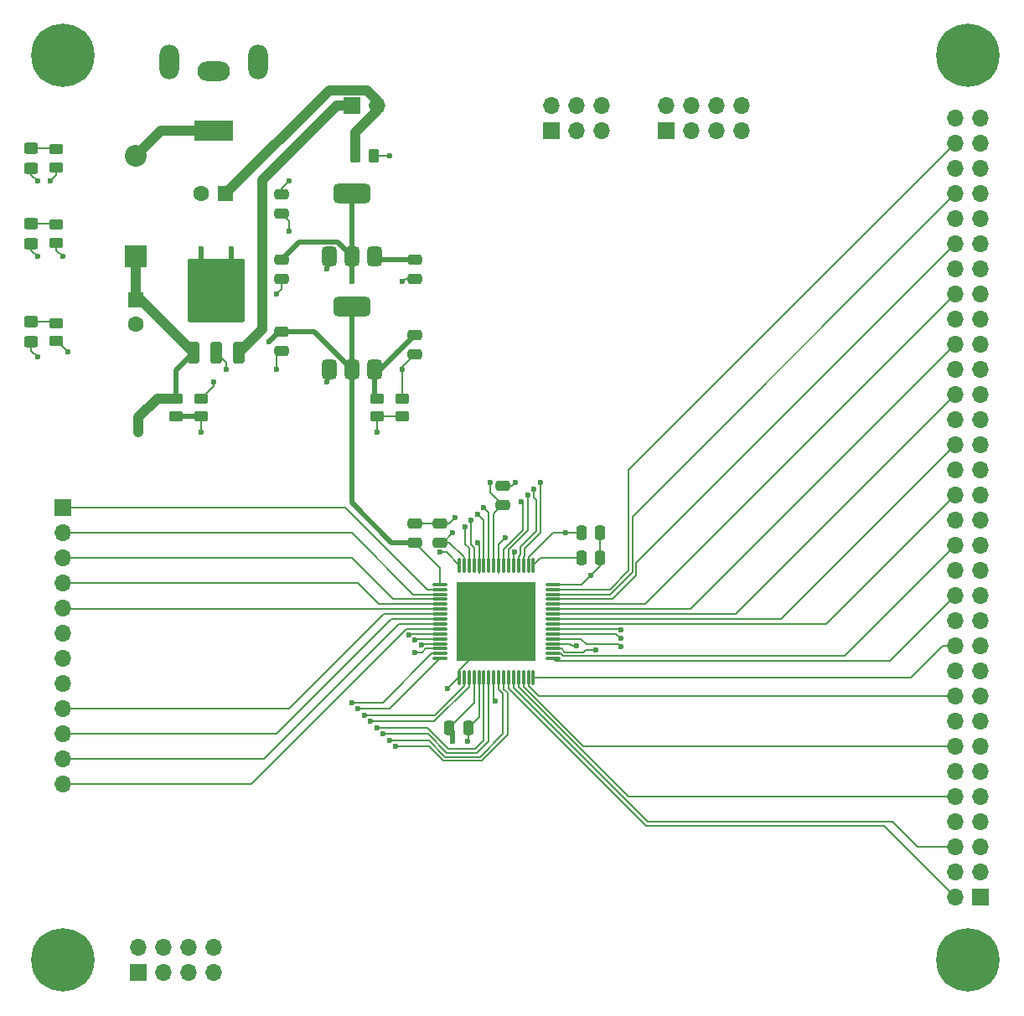
<source format=gbr>
%TF.GenerationSoftware,KiCad,Pcbnew,8.0.7-8.0.7-0~ubuntu22.04.1*%
%TF.CreationDate,2025-01-12T13:10:07-08:00*%
%TF.ProjectId,multichannelheaterdriver_amc7836,6d756c74-6963-4686-916e-6e656c686561,rev?*%
%TF.SameCoordinates,Original*%
%TF.FileFunction,Copper,L1,Top*%
%TF.FilePolarity,Positive*%
%FSLAX46Y46*%
G04 Gerber Fmt 4.6, Leading zero omitted, Abs format (unit mm)*
G04 Created by KiCad (PCBNEW 8.0.7-8.0.7-0~ubuntu22.04.1) date 2025-01-12 13:10:07*
%MOMM*%
%LPD*%
G01*
G04 APERTURE LIST*
G04 Aperture macros list*
%AMRoundRect*
0 Rectangle with rounded corners*
0 $1 Rounding radius*
0 $2 $3 $4 $5 $6 $7 $8 $9 X,Y pos of 4 corners*
0 Add a 4 corners polygon primitive as box body*
4,1,4,$2,$3,$4,$5,$6,$7,$8,$9,$2,$3,0*
0 Add four circle primitives for the rounded corners*
1,1,$1+$1,$2,$3*
1,1,$1+$1,$4,$5*
1,1,$1+$1,$6,$7*
1,1,$1+$1,$8,$9*
0 Add four rect primitives between the rounded corners*
20,1,$1+$1,$2,$3,$4,$5,0*
20,1,$1+$1,$4,$5,$6,$7,0*
20,1,$1+$1,$6,$7,$8,$9,0*
20,1,$1+$1,$8,$9,$2,$3,0*%
G04 Aperture macros list end*
%TA.AperFunction,SMDPad,CuDef*%
%ADD10RoundRect,0.052500X-0.697500X-0.097500X0.697500X-0.097500X0.697500X0.097500X-0.697500X0.097500X0*%
%TD*%
%TA.AperFunction,SMDPad,CuDef*%
%ADD11RoundRect,0.052500X-0.097500X-0.697500X0.097500X-0.697500X0.097500X0.697500X-0.097500X0.697500X0*%
%TD*%
%TA.AperFunction,ComponentPad*%
%ADD12C,0.400000*%
%TD*%
%TA.AperFunction,SMDPad,CuDef*%
%ADD13R,8.000000X8.000000*%
%TD*%
%TA.AperFunction,ComponentPad*%
%ADD14R,1.700000X1.700000*%
%TD*%
%TA.AperFunction,ComponentPad*%
%ADD15O,1.700000X1.700000*%
%TD*%
%TA.AperFunction,SMDPad,CuDef*%
%ADD16RoundRect,0.250000X-0.262500X-0.450000X0.262500X-0.450000X0.262500X0.450000X-0.262500X0.450000X0*%
%TD*%
%TA.AperFunction,SMDPad,CuDef*%
%ADD17RoundRect,0.250000X0.450000X-0.262500X0.450000X0.262500X-0.450000X0.262500X-0.450000X-0.262500X0*%
%TD*%
%TA.AperFunction,SMDPad,CuDef*%
%ADD18RoundRect,0.250000X-0.250000X-0.475000X0.250000X-0.475000X0.250000X0.475000X-0.250000X0.475000X0*%
%TD*%
%TA.AperFunction,SMDPad,CuDef*%
%ADD19RoundRect,0.250000X0.475000X-0.250000X0.475000X0.250000X-0.475000X0.250000X-0.475000X-0.250000X0*%
%TD*%
%TA.AperFunction,SMDPad,CuDef*%
%ADD20RoundRect,0.250000X0.450000X-0.325000X0.450000X0.325000X-0.450000X0.325000X-0.450000X-0.325000X0*%
%TD*%
%TA.AperFunction,SMDPad,CuDef*%
%ADD21RoundRect,0.250000X-0.475000X0.250000X-0.475000X-0.250000X0.475000X-0.250000X0.475000X0.250000X0*%
%TD*%
%TA.AperFunction,ComponentPad*%
%ADD22R,2.200000X2.200000*%
%TD*%
%TA.AperFunction,ComponentPad*%
%ADD23O,2.200000X2.200000*%
%TD*%
%TA.AperFunction,SMDPad,CuDef*%
%ADD24RoundRect,0.250000X-0.450000X0.262500X-0.450000X-0.262500X0.450000X-0.262500X0.450000X0.262500X0*%
%TD*%
%TA.AperFunction,ComponentPad*%
%ADD25C,6.400000*%
%TD*%
%TA.AperFunction,ComponentPad*%
%ADD26R,1.600000X1.600000*%
%TD*%
%TA.AperFunction,ComponentPad*%
%ADD27C,1.600000*%
%TD*%
%TA.AperFunction,SMDPad,CuDef*%
%ADD28RoundRect,0.375000X0.375000X-0.625000X0.375000X0.625000X-0.375000X0.625000X-0.375000X-0.625000X0*%
%TD*%
%TA.AperFunction,SMDPad,CuDef*%
%ADD29RoundRect,0.500000X1.400000X-0.500000X1.400000X0.500000X-1.400000X0.500000X-1.400000X-0.500000X0*%
%TD*%
%TA.AperFunction,SMDPad,CuDef*%
%ADD30RoundRect,0.250000X0.350000X-0.850000X0.350000X0.850000X-0.350000X0.850000X-0.350000X-0.850000X0*%
%TD*%
%TA.AperFunction,SMDPad,CuDef*%
%ADD31RoundRect,0.250000X1.125000X-1.275000X1.125000X1.275000X-1.125000X1.275000X-1.125000X-1.275000X0*%
%TD*%
%TA.AperFunction,SMDPad,CuDef*%
%ADD32RoundRect,0.249997X2.650003X-2.950003X2.650003X2.950003X-2.650003X2.950003X-2.650003X-2.950003X0*%
%TD*%
%TA.AperFunction,ComponentPad*%
%ADD33R,4.000000X2.000000*%
%TD*%
%TA.AperFunction,ComponentPad*%
%ADD34O,3.300000X2.000000*%
%TD*%
%TA.AperFunction,ComponentPad*%
%ADD35O,2.000000X3.500000*%
%TD*%
%TA.AperFunction,ViaPad*%
%ADD36C,0.600000*%
%TD*%
%TA.AperFunction,Conductor*%
%ADD37C,0.200000*%
%TD*%
%TA.AperFunction,Conductor*%
%ADD38C,0.500000*%
%TD*%
%TA.AperFunction,Conductor*%
%ADD39C,1.000000*%
%TD*%
G04 APERTURE END LIST*
D10*
%TO.P,U1,1,IOVDD*%
%TO.N,+3V3*%
X43180000Y-58540000D03*
%TO.P,U1,2,~{RESET}*%
%TO.N,Net-(J2-Pin_1)*%
X43180000Y-59040000D03*
%TO.P,U1,3,SDO*%
%TO.N,Net-(J2-Pin_2)*%
X43180000Y-59540000D03*
%TO.P,U1,4,SDI*%
%TO.N,Net-(J2-Pin_3)*%
X43180000Y-60040000D03*
%TO.P,U1,5,SCLK*%
%TO.N,Net-(J2-Pin_4)*%
X43180000Y-60540000D03*
%TO.P,U1,6,~{CS}*%
%TO.N,Net-(J2-Pin_5)*%
X43180000Y-61040000D03*
%TO.P,U1,7,GPIO0/~{ALARMIN}*%
%TO.N,Net-(J2-Pin_9)*%
X43180000Y-61540000D03*
%TO.P,U1,8,GPIO1/~{ALARMOUT}*%
%TO.N,Net-(J2-Pin_10)*%
X43180000Y-62040000D03*
%TO.P,U1,9,GPIO2/~{ADCTRIG}*%
%TO.N,Net-(J2-Pin_11)*%
X43180000Y-62540000D03*
%TO.P,U1,10,GPIO3/~{DAV}*%
%TO.N,Net-(J2-Pin_12)*%
X43180000Y-63040000D03*
%TO.P,U1,11,GPIO4*%
%TO.N,Net-(J1-Pin_1)*%
X43180000Y-63540000D03*
%TO.P,U1,12,GPIO5*%
%TO.N,Net-(J1-Pin_3)*%
X43180000Y-64040000D03*
%TO.P,U1,13,GPIO6*%
%TO.N,Net-(J1-Pin_5)*%
X43180000Y-64540000D03*
%TO.P,U1,14,GPIO7*%
%TO.N,Net-(J1-Pin_7)*%
X43180000Y-65040000D03*
%TO.P,U1,15,DAC_A0*%
%TO.N,/DAC0*%
X43180000Y-65540000D03*
%TO.P,U1,16,DAC_A1*%
%TO.N,/DAC1*%
X43180000Y-66040000D03*
D11*
%TO.P,U1,17,AVEE*%
%TO.N,GND*%
X45130000Y-67990000D03*
%TO.P,U1,18,DAC_A2*%
%TO.N,/DAC2*%
X45630000Y-67990000D03*
%TO.P,U1,19,DAC_A3*%
%TO.N,/DAC3*%
X46130000Y-67990000D03*
%TO.P,U1,20,AVCC_AB*%
%TO.N,+10V*%
X46630000Y-67990000D03*
%TO.P,U1,21,AGND1*%
%TO.N,GND*%
X47130000Y-67990000D03*
%TO.P,U1,22,DAC_B4*%
%TO.N,/DAC4*%
X47630000Y-67990000D03*
%TO.P,U1,23,DAC_B5*%
%TO.N,/DAC5*%
X48130000Y-67990000D03*
%TO.P,U1,24,AVSSB*%
%TO.N,GND*%
X48630000Y-67990000D03*
%TO.P,U1,25,DAC_B6*%
%TO.N,/DAC6*%
X49130000Y-67990000D03*
%TO.P,U1,26,DAC_B7*%
%TO.N,/DAC7*%
X49630000Y-67990000D03*
%TO.P,U1,27,ADC_15*%
%TO.N,/ADC15*%
X50130000Y-67990000D03*
%TO.P,U1,28,ADC_14*%
%TO.N,/ADC14*%
X50630000Y-67990000D03*
%TO.P,U1,29,ADC_13*%
%TO.N,/ADC13*%
X51130000Y-67990000D03*
%TO.P,U1,30,ADC_12*%
%TO.N,/ADC12*%
X51630000Y-67990000D03*
%TO.P,U1,31,ADC_11*%
%TO.N,/ADC11*%
X52130000Y-67990000D03*
%TO.P,U1,32,ADC_10*%
%TO.N,/ADC10*%
X52630000Y-67990000D03*
D10*
%TO.P,U1,33,ADC_9*%
%TO.N,/ADC9*%
X54580000Y-66040000D03*
%TO.P,U1,34,ADC_8*%
%TO.N,/ADC8*%
X54580000Y-65540000D03*
%TO.P,U1,35,LV_ADC20*%
%TO.N,/36V_mon*%
X54580000Y-65040000D03*
%TO.P,U1,36,LV_ADC19*%
%TO.N,/10V_mon*%
X54580000Y-64540000D03*
%TO.P,U1,37,LV_ADC18*%
%TO.N,Net-(J3-Pin_1)*%
X54580000Y-64040000D03*
%TO.P,U1,38,LV_ADC17*%
%TO.N,Net-(J3-Pin_3)*%
X54580000Y-63540000D03*
%TO.P,U1,39,LV_ADC16*%
%TO.N,Net-(J3-Pin_5)*%
X54580000Y-63040000D03*
%TO.P,U1,40,ADC_7*%
%TO.N,/ADC7*%
X54580000Y-62540000D03*
%TO.P,U1,41,ADC_6*%
%TO.N,/ADC6*%
X54580000Y-62040000D03*
%TO.P,U1,42,ADC_5*%
%TO.N,/ADC5*%
X54580000Y-61540000D03*
%TO.P,U1,43,ADC_4*%
%TO.N,/ADC4*%
X54580000Y-61040000D03*
%TO.P,U1,44,ADC_3*%
%TO.N,/ADC3*%
X54580000Y-60540000D03*
%TO.P,U1,45,ADC_2*%
%TO.N,/ADC2*%
X54580000Y-60040000D03*
%TO.P,U1,46,ADC_1*%
%TO.N,/ADC1*%
X54580000Y-59540000D03*
%TO.P,U1,47,ADC_0*%
%TO.N,/ADC0*%
X54580000Y-59040000D03*
%TO.P,U1,48,AGND2*%
%TO.N,GND*%
X54580000Y-58540000D03*
D11*
%TO.P,U1,49,REF_CMP*%
%TO.N,Net-(U1-REF_CMP)*%
X52630000Y-56590000D03*
%TO.P,U1,50,AVDD*%
%TO.N,+5V*%
X52130000Y-56590000D03*
%TO.P,U1,51,DAC_C8*%
%TO.N,/DAC8*%
X51630000Y-56590000D03*
%TO.P,U1,52,DAC_C9*%
%TO.N,/DAC9*%
X51130000Y-56590000D03*
%TO.P,U1,53,AVSSC*%
%TO.N,GND*%
X50630000Y-56590000D03*
%TO.P,U1,54,DAC_C10*%
%TO.N,/DAC10*%
X50130000Y-56590000D03*
%TO.P,U1,55,DAC_C11*%
%TO.N,/DAC11*%
X49630000Y-56590000D03*
%TO.P,U1,56,AGND3*%
%TO.N,GND*%
X49130000Y-56590000D03*
%TO.P,U1,57,AVCC_CD*%
%TO.N,+10V*%
X48630000Y-56590000D03*
%TO.P,U1,58,DAC_D12*%
%TO.N,/DAC12*%
X48130000Y-56590000D03*
%TO.P,U1,59,DAC_D13*%
%TO.N,/DAC13*%
X47630000Y-56590000D03*
%TO.P,U1,60,AVSSD*%
%TO.N,GND*%
X47130000Y-56590000D03*
%TO.P,U1,61,DAC_D14*%
%TO.N,/DAC14*%
X46630000Y-56590000D03*
%TO.P,U1,62,DAC_D15*%
%TO.N,/DAC15*%
X46130000Y-56590000D03*
%TO.P,U1,63,DVDD*%
%TO.N,+5V*%
X45630000Y-56590000D03*
%TO.P,U1,64,DGND*%
%TO.N,GND*%
X45130000Y-56590000D03*
D12*
%TO.P,U1,65,THERMAL_PAD*%
X45630000Y-59040000D03*
X45630000Y-60340000D03*
X45630000Y-61640000D03*
X45630000Y-62940000D03*
X45630000Y-64240000D03*
X45630000Y-65540000D03*
X46930000Y-59040000D03*
X46930000Y-60340000D03*
X46930000Y-61640000D03*
X46930000Y-62940000D03*
X46930000Y-64240000D03*
X46930000Y-65540000D03*
X48230000Y-59040000D03*
X48230000Y-60340000D03*
X48230000Y-61640000D03*
X48230000Y-62940000D03*
X48230000Y-64240000D03*
X48230000Y-65540000D03*
D13*
X48880000Y-62290000D03*
D12*
X49530000Y-59040000D03*
X49530000Y-60340000D03*
X49530000Y-61640000D03*
X49530000Y-62940000D03*
X49530000Y-64240000D03*
X49530000Y-65540000D03*
X50830000Y-59040000D03*
X50830000Y-60340000D03*
X50830000Y-61640000D03*
X50830000Y-62940000D03*
X50830000Y-64240000D03*
X50830000Y-65540000D03*
X52130000Y-59040000D03*
X52130000Y-60340000D03*
X52130000Y-61640000D03*
X52130000Y-62940000D03*
X52130000Y-64240000D03*
X52130000Y-65540000D03*
%TD*%
D14*
%TO.P,J5,1,Pin_1*%
%TO.N,GND*%
X12700000Y-97790000D03*
D15*
%TO.P,J5,2,Pin_2*%
%TO.N,+36V*%
X12700000Y-95250000D03*
%TO.P,J5,3,Pin_3*%
%TO.N,GND*%
X15240000Y-97790000D03*
%TO.P,J5,4,Pin_4*%
%TO.N,+10V*%
X15240000Y-95250000D03*
%TO.P,J5,5,Pin_5*%
%TO.N,GND*%
X17780000Y-97790000D03*
%TO.P,J5,6,Pin_6*%
%TO.N,+5V*%
X17780000Y-95250000D03*
%TO.P,J5,7,Pin_7*%
%TO.N,GND*%
X20320000Y-97790000D03*
%TO.P,J5,8,Pin_8*%
%TO.N,+3V3*%
X20320000Y-95250000D03*
%TD*%
D16*
%TO.P,FB1,1*%
%TO.N,Net-(SW1-B)*%
X34647500Y-15240000D03*
%TO.P,FB1,2*%
%TO.N,+10V*%
X36472500Y-15240000D03*
%TD*%
D17*
%TO.P,R2,1*%
%TO.N,+5V*%
X4445000Y-24017500D03*
%TO.P,R2,2*%
%TO.N,Net-(D2-A)*%
X4445000Y-22192500D03*
%TD*%
D18*
%TO.P,C5,1*%
%TO.N,Net-(U1-REF_CMP)*%
X57470000Y-55880000D03*
%TO.P,C5,2*%
%TO.N,GND*%
X59370000Y-55880000D03*
%TD*%
D19*
%TO.P,C1,1*%
%TO.N,+5V*%
X43180000Y-54290000D03*
%TO.P,C1,2*%
%TO.N,GND*%
X43180000Y-52390000D03*
%TD*%
D20*
%TO.P,D2,1,K*%
%TO.N,GND*%
X1905000Y-24130000D03*
%TO.P,D2,2,A*%
%TO.N,Net-(D2-A)*%
X1905000Y-22080000D03*
%TD*%
D21*
%TO.P,C9,1*%
%TO.N,Net-(SW1-B)*%
X27178000Y-19116000D03*
%TO.P,C9,2*%
%TO.N,GND*%
X27178000Y-21016000D03*
%TD*%
D22*
%TO.P,D5,1,K*%
%TO.N,+36V*%
X12446000Y-25400000D03*
D23*
%TO.P,D5,2,A*%
%TO.N,Net-(D5-A)*%
X12446000Y-15240000D03*
%TD*%
D24*
%TO.P,R4,1*%
%TO.N,+36V*%
X16510000Y-39727500D03*
%TO.P,R4,2*%
%TO.N,/36V_mon*%
X16510000Y-41552500D03*
%TD*%
D18*
%TO.P,C4,1*%
%TO.N,+5V*%
X57470000Y-53340000D03*
%TO.P,C4,2*%
%TO.N,GND*%
X59370000Y-53340000D03*
%TD*%
D24*
%TO.P,R6,1*%
%TO.N,+10V*%
X36830000Y-39727500D03*
%TO.P,R6,2*%
%TO.N,/10V_mon*%
X36830000Y-41552500D03*
%TD*%
D25*
%TO.P,H1,1,1*%
%TO.N,GND*%
X5080000Y-5080000D03*
%TD*%
D26*
%TO.P,C7,1*%
%TO.N,Net-(SW1-B)*%
X21550000Y-19050000D03*
D27*
%TO.P,C7,2*%
%TO.N,GND*%
X19050000Y-19050000D03*
%TD*%
D14*
%TO.P,J4,1,Pin_1*%
%TO.N,GND*%
X97790000Y-90170000D03*
D15*
%TO.P,J4,2,Pin_2*%
%TO.N,/ADC15*%
X95250000Y-90170000D03*
%TO.P,J4,3,Pin_3*%
%TO.N,GND*%
X97790000Y-87630000D03*
%TO.P,J4,4,Pin_4*%
%TO.N,/DAC15*%
X95250000Y-87630000D03*
%TO.P,J4,5,Pin_5*%
%TO.N,GND*%
X97790000Y-85090000D03*
%TO.P,J4,6,Pin_6*%
%TO.N,/ADC14*%
X95250000Y-85090000D03*
%TO.P,J4,7,Pin_7*%
%TO.N,GND*%
X97790000Y-82550000D03*
%TO.P,J4,8,Pin_8*%
%TO.N,/DAC14*%
X95250000Y-82550000D03*
%TO.P,J4,9,Pin_9*%
%TO.N,GND*%
X97790000Y-80010000D03*
%TO.P,J4,10,Pin_10*%
%TO.N,/ADC13*%
X95250000Y-80010000D03*
%TO.P,J4,11,Pin_11*%
%TO.N,GND*%
X97790000Y-77470000D03*
%TO.P,J4,12,Pin_12*%
%TO.N,/DAC13*%
X95250000Y-77470000D03*
%TO.P,J4,13,Pin_13*%
%TO.N,GND*%
X97790000Y-74930000D03*
%TO.P,J4,14,Pin_14*%
%TO.N,/ADC12*%
X95250000Y-74930000D03*
%TO.P,J4,15,Pin_15*%
%TO.N,GND*%
X97790000Y-72390000D03*
%TO.P,J4,16,Pin_16*%
%TO.N,/DAC12*%
X95250000Y-72390000D03*
%TO.P,J4,17,Pin_17*%
%TO.N,GND*%
X97790000Y-69850000D03*
%TO.P,J4,18,Pin_18*%
%TO.N,/ADC11*%
X95250000Y-69850000D03*
%TO.P,J4,19,Pin_19*%
%TO.N,GND*%
X97790000Y-67310000D03*
%TO.P,J4,20,Pin_20*%
%TO.N,/DAC11*%
X95250000Y-67310000D03*
%TO.P,J4,21,Pin_21*%
%TO.N,GND*%
X97790000Y-64770000D03*
%TO.P,J4,22,Pin_22*%
%TO.N,/ADC10*%
X95250000Y-64770000D03*
%TO.P,J4,23,Pin_23*%
%TO.N,GND*%
X97790000Y-62230000D03*
%TO.P,J4,24,Pin_24*%
%TO.N,/DAC10*%
X95250000Y-62230000D03*
%TO.P,J4,25,Pin_25*%
%TO.N,GND*%
X97790000Y-59690000D03*
%TO.P,J4,26,Pin_26*%
%TO.N,/ADC9*%
X95250000Y-59690000D03*
%TO.P,J4,27,Pin_27*%
%TO.N,GND*%
X97790000Y-57150000D03*
%TO.P,J4,28,Pin_28*%
%TO.N,/DAC9*%
X95250000Y-57150000D03*
%TO.P,J4,29,Pin_29*%
%TO.N,GND*%
X97790000Y-54610000D03*
%TO.P,J4,30,Pin_30*%
%TO.N,/ADC8*%
X95250000Y-54610000D03*
%TO.P,J4,31,Pin_31*%
%TO.N,GND*%
X97790000Y-52070000D03*
%TO.P,J4,32,Pin_32*%
%TO.N,/DAC8*%
X95250000Y-52070000D03*
%TO.P,J4,33,Pin_33*%
%TO.N,GND*%
X97790000Y-49530000D03*
%TO.P,J4,34,Pin_34*%
%TO.N,/ADC7*%
X95250000Y-49530000D03*
%TO.P,J4,35,Pin_35*%
%TO.N,GND*%
X97790000Y-46990000D03*
%TO.P,J4,36,Pin_36*%
%TO.N,/DAC7*%
X95250000Y-46990000D03*
%TO.P,J4,37,Pin_37*%
%TO.N,GND*%
X97790000Y-44450000D03*
%TO.P,J4,38,Pin_38*%
%TO.N,/ADC6*%
X95250000Y-44450000D03*
%TO.P,J4,39,Pin_39*%
%TO.N,GND*%
X97790000Y-41910000D03*
%TO.P,J4,40,Pin_40*%
%TO.N,/DAC6*%
X95250000Y-41910000D03*
%TO.P,J4,41,Pin_41*%
%TO.N,GND*%
X97790000Y-39370000D03*
%TO.P,J4,42,Pin_42*%
%TO.N,/ADC5*%
X95250000Y-39370000D03*
%TO.P,J4,43,Pin_43*%
%TO.N,GND*%
X97790000Y-36830000D03*
%TO.P,J4,44,Pin_44*%
%TO.N,/DAC5*%
X95250000Y-36830000D03*
%TO.P,J4,45,Pin_45*%
%TO.N,GND*%
X97790000Y-34290000D03*
%TO.P,J4,46,Pin_46*%
%TO.N,/ADC4*%
X95250000Y-34290000D03*
%TO.P,J4,47,Pin_47*%
%TO.N,GND*%
X97790000Y-31750000D03*
%TO.P,J4,48,Pin_48*%
%TO.N,/DAC4*%
X95250000Y-31750000D03*
%TO.P,J4,49,Pin_49*%
%TO.N,GND*%
X97790000Y-29210000D03*
%TO.P,J4,50,Pin_50*%
%TO.N,/ADC3*%
X95250000Y-29210000D03*
%TO.P,J4,51,Pin_51*%
%TO.N,GND*%
X97790000Y-26670000D03*
%TO.P,J4,52,Pin_52*%
%TO.N,/DAC3*%
X95250000Y-26670000D03*
%TO.P,J4,53,Pin_53*%
%TO.N,GND*%
X97790000Y-24130000D03*
%TO.P,J4,54,Pin_54*%
%TO.N,/ADC2*%
X95250000Y-24130000D03*
%TO.P,J4,55,Pin_55*%
%TO.N,GND*%
X97790000Y-21590000D03*
%TO.P,J4,56,Pin_56*%
%TO.N,/DAC2*%
X95250000Y-21590000D03*
%TO.P,J4,57,Pin_57*%
%TO.N,GND*%
X97790000Y-19050000D03*
%TO.P,J4,58,Pin_58*%
%TO.N,/ADC1*%
X95250000Y-19050000D03*
%TO.P,J4,59,Pin_59*%
%TO.N,GND*%
X97790000Y-16510000D03*
%TO.P,J4,60,Pin_60*%
%TO.N,/DAC1*%
X95250000Y-16510000D03*
%TO.P,J4,61,Pin_61*%
%TO.N,GND*%
X97790000Y-13970000D03*
%TO.P,J4,62,Pin_62*%
%TO.N,/ADC0*%
X95250000Y-13970000D03*
%TO.P,J4,63,Pin_63*%
%TO.N,GND*%
X97790000Y-11430000D03*
%TO.P,J4,64,Pin_64*%
%TO.N,/DAC0*%
X95250000Y-11430000D03*
%TD*%
D25*
%TO.P,H4,1,1*%
%TO.N,GND*%
X96520000Y-96520000D03*
%TD*%
D28*
%TO.P,U3,1,GND*%
%TO.N,GND*%
X31990000Y-25350000D03*
%TO.P,U3,2,VO*%
%TO.N,+5V*%
X34290000Y-25350000D03*
D29*
X34290000Y-19050000D03*
D28*
%TO.P,U3,3,VI*%
%TO.N,+10V*%
X36590000Y-25350000D03*
%TD*%
D17*
%TO.P,R5,1*%
%TO.N,/36V_mon*%
X19050000Y-41552500D03*
%TO.P,R5,2*%
%TO.N,GND*%
X19050000Y-39727500D03*
%TD*%
D21*
%TO.P,C13,1*%
%TO.N,+3V3*%
X27178000Y-33020000D03*
%TO.P,C13,2*%
%TO.N,GND*%
X27178000Y-34920000D03*
%TD*%
%TO.P,C2,1*%
%TO.N,GND*%
X40640000Y-52390000D03*
%TO.P,C2,2*%
%TO.N,+3V3*%
X40640000Y-54290000D03*
%TD*%
D19*
%TO.P,C3,1*%
%TO.N,+10V*%
X49530000Y-50480000D03*
%TO.P,C3,2*%
%TO.N,GND*%
X49530000Y-48580000D03*
%TD*%
D14*
%TO.P,J2,1,Pin_1*%
%TO.N,Net-(J2-Pin_1)*%
X5080000Y-50800000D03*
D15*
%TO.P,J2,2,Pin_2*%
%TO.N,Net-(J2-Pin_2)*%
X5080000Y-53340000D03*
%TO.P,J2,3,Pin_3*%
%TO.N,Net-(J2-Pin_3)*%
X5080000Y-55880000D03*
%TO.P,J2,4,Pin_4*%
%TO.N,Net-(J2-Pin_4)*%
X5080000Y-58420000D03*
%TO.P,J2,5,Pin_5*%
%TO.N,Net-(J2-Pin_5)*%
X5080000Y-60960000D03*
%TO.P,J2,6,Pin_6*%
%TO.N,GND*%
X5080000Y-63500000D03*
%TO.P,J2,7,Pin_7*%
%TO.N,+3V3*%
X5080000Y-66040000D03*
%TO.P,J2,8,Pin_8*%
%TO.N,+5V*%
X5080000Y-68580000D03*
%TO.P,J2,9,Pin_9*%
%TO.N,Net-(J2-Pin_9)*%
X5080000Y-71120000D03*
%TO.P,J2,10,Pin_10*%
%TO.N,Net-(J2-Pin_10)*%
X5080000Y-73660000D03*
%TO.P,J2,11,Pin_11*%
%TO.N,Net-(J2-Pin_11)*%
X5080000Y-76200000D03*
%TO.P,J2,12,Pin_12*%
%TO.N,Net-(J2-Pin_12)*%
X5080000Y-78740000D03*
%TD*%
D25*
%TO.P,H3,1,1*%
%TO.N,GND*%
X96520000Y-5080000D03*
%TD*%
D17*
%TO.P,R7,1*%
%TO.N,/10V_mon*%
X39370000Y-41552500D03*
%TO.P,R7,2*%
%TO.N,GND*%
X39370000Y-39727500D03*
%TD*%
D21*
%TO.P,C11,1*%
%TO.N,+5V*%
X27178000Y-25720000D03*
%TO.P,C11,2*%
%TO.N,GND*%
X27178000Y-27620000D03*
%TD*%
D14*
%TO.P,J1,1,Pin_1*%
%TO.N,Net-(J1-Pin_1)*%
X66040000Y-12700000D03*
D15*
%TO.P,J1,2,Pin_2*%
%TO.N,GND*%
X66040000Y-10160000D03*
%TO.P,J1,3,Pin_3*%
%TO.N,Net-(J1-Pin_3)*%
X68580000Y-12700000D03*
%TO.P,J1,4,Pin_4*%
%TO.N,GND*%
X68580000Y-10160000D03*
%TO.P,J1,5,Pin_5*%
%TO.N,Net-(J1-Pin_5)*%
X71120000Y-12700000D03*
%TO.P,J1,6,Pin_6*%
%TO.N,GND*%
X71120000Y-10160000D03*
%TO.P,J1,7,Pin_7*%
%TO.N,Net-(J1-Pin_7)*%
X73660000Y-12700000D03*
%TO.P,J1,8,Pin_8*%
%TO.N,GND*%
X73660000Y-10160000D03*
%TD*%
D21*
%TO.P,C10,1*%
%TO.N,+10V*%
X40640000Y-25720000D03*
%TO.P,C10,2*%
%TO.N,GND*%
X40640000Y-27620000D03*
%TD*%
D18*
%TO.P,C6,1*%
%TO.N,+10V*%
X44135000Y-73025000D03*
%TO.P,C6,2*%
%TO.N,GND*%
X46035000Y-73025000D03*
%TD*%
D28*
%TO.P,U4,1,GND*%
%TO.N,GND*%
X31990000Y-36780000D03*
%TO.P,U4,2,VO*%
%TO.N,+3V3*%
X34290000Y-36780000D03*
D29*
X34290000Y-30480000D03*
D28*
%TO.P,U4,3,VI*%
%TO.N,+10V*%
X36590000Y-36780000D03*
%TD*%
D30*
%TO.P,U2,1,I*%
%TO.N,+36V*%
X18295000Y-35105000D03*
%TO.P,U2,2,GND*%
%TO.N,GND*%
X20575000Y-35105000D03*
D31*
X19050000Y-30480000D03*
X22100000Y-30480000D03*
D32*
X20575000Y-28805000D03*
D31*
X19050000Y-27130000D03*
X22100000Y-27130000D03*
D30*
%TO.P,U2,3,Q*%
%TO.N,Net-(SW1-A)*%
X22855000Y-35105000D03*
%TD*%
D25*
%TO.P,H2,1,1*%
%TO.N,GND*%
X5080000Y-96520000D03*
%TD*%
D17*
%TO.P,R3,1*%
%TO.N,+3V3*%
X4445000Y-33932500D03*
%TO.P,R3,2*%
%TO.N,Net-(D3-A)*%
X4445000Y-32107500D03*
%TD*%
D20*
%TO.P,D3,1,K*%
%TO.N,GND*%
X1905000Y-34045000D03*
%TO.P,D3,2,A*%
%TO.N,Net-(D3-A)*%
X1905000Y-31995000D03*
%TD*%
D17*
%TO.P,R1,1*%
%TO.N,+10V*%
X4445000Y-16397500D03*
%TO.P,R1,2*%
%TO.N,Net-(D1-A)*%
X4445000Y-14572500D03*
%TD*%
D20*
%TO.P,D1,1,K*%
%TO.N,GND*%
X1905000Y-16510000D03*
%TO.P,D1,2,A*%
%TO.N,Net-(D1-A)*%
X1905000Y-14460000D03*
%TD*%
D21*
%TO.P,C12,1*%
%TO.N,+10V*%
X40640000Y-33340000D03*
%TO.P,C12,2*%
%TO.N,GND*%
X40640000Y-35240000D03*
%TD*%
D14*
%TO.P,J3,1,Pin_1*%
%TO.N,Net-(J3-Pin_1)*%
X54420000Y-12700000D03*
D15*
%TO.P,J3,2,Pin_2*%
%TO.N,GND*%
X54420000Y-10160000D03*
%TO.P,J3,3,Pin_3*%
%TO.N,Net-(J3-Pin_3)*%
X56960000Y-12700000D03*
%TO.P,J3,4,Pin_4*%
%TO.N,GND*%
X56960000Y-10160000D03*
%TO.P,J3,5,Pin_5*%
%TO.N,Net-(J3-Pin_5)*%
X59500000Y-12700000D03*
%TO.P,J3,6,Pin_6*%
%TO.N,GND*%
X59500000Y-10160000D03*
%TD*%
D33*
%TO.P,J7,1*%
%TO.N,Net-(D5-A)*%
X20320000Y-12700000D03*
D34*
%TO.P,J7,2*%
%TO.N,GND*%
X20320000Y-6700000D03*
D35*
%TO.P,J7,MP,MountPin*%
X24820000Y-5700000D03*
X15820000Y-5700000D03*
%TD*%
D26*
%TO.P,C8,1*%
%TO.N,+36V*%
X12446000Y-29758000D03*
D27*
%TO.P,C8,2*%
%TO.N,GND*%
X12446000Y-32258000D03*
%TD*%
D14*
%TO.P,SW1,1,A*%
%TO.N,Net-(SW1-A)*%
X34285000Y-10160000D03*
D15*
%TO.P,SW1,2,B*%
%TO.N,Net-(SW1-B)*%
X36825000Y-10160000D03*
%TD*%
D36*
%TO.N,GND*%
X39370000Y-36830000D03*
X21590000Y-36830000D03*
X19050000Y-30480000D03*
X58420000Y-57658000D03*
X22100000Y-30480000D03*
X43180000Y-55290000D03*
X45974000Y-74422000D03*
X39370000Y-27940000D03*
X22098000Y-24638000D03*
X2540000Y-17780000D03*
X47030000Y-54356000D03*
X2540000Y-35560000D03*
X27940000Y-22860000D03*
X26670000Y-29210000D03*
X44704000Y-51816000D03*
X50759704Y-55251112D03*
X49784000Y-53848000D03*
X20575000Y-28805000D03*
X20320000Y-38100000D03*
X31750000Y-26670000D03*
X43942000Y-69088000D03*
X19050000Y-24638000D03*
X26670000Y-36830000D03*
X2540000Y-25400000D03*
X48768000Y-70358000D03*
X50800000Y-48260000D03*
X31750000Y-38100000D03*
%TO.N,+5V*%
X34290000Y-27940000D03*
X5080000Y-25400000D03*
X44450000Y-53340000D03*
X55880000Y-53340000D03*
%TO.N,+3V3*%
X25908000Y-34036000D03*
X5588000Y-35052000D03*
%TO.N,+10V*%
X44450000Y-74422000D03*
X38895000Y-35085000D03*
X38100000Y-25720000D03*
X48260000Y-48260000D03*
X38100000Y-15240000D03*
X3810000Y-17780000D03*
%TO.N,+36V*%
X12700000Y-43180000D03*
%TO.N,Net-(J3-Pin_1)*%
X61468000Y-64808003D03*
%TO.N,Net-(J3-Pin_5)*%
X61468000Y-63140000D03*
%TO.N,Net-(J3-Pin_3)*%
X61468000Y-64008000D03*
%TO.N,Net-(J1-Pin_1)*%
X40040000Y-63678528D03*
%TO.N,/DAC7*%
X38735000Y-74930000D03*
%TO.N,/DAC8*%
X53340000Y-48260000D03*
%TO.N,/DAC12*%
X47625000Y-50800000D03*
%TO.N,/DAC2*%
X35560000Y-71755000D03*
%TO.N,/DAC0*%
X34290000Y-70485000D03*
%TO.N,/DAC1*%
X34925000Y-71120000D03*
%TO.N,/DAC10*%
X52070000Y-49530000D03*
%TO.N,/DAC13*%
X46990000Y-51435000D03*
%TO.N,/DAC5*%
X37465000Y-73660000D03*
%TO.N,/DAC6*%
X38100000Y-74295000D03*
%TO.N,/DAC3*%
X36195000Y-72390000D03*
%TO.N,/DAC9*%
X52705000Y-48895000D03*
%TO.N,/DAC14*%
X46355000Y-52070000D03*
%TO.N,/DAC11*%
X51435000Y-50165000D03*
%TO.N,/DAC15*%
X45720000Y-52705000D03*
%TO.N,/DAC4*%
X36830000Y-73025000D03*
%TO.N,/36V_mon*%
X58928000Y-65186000D03*
X19050000Y-43180000D03*
%TO.N,/10V_mon*%
X36830000Y-43180000D03*
X57023000Y-64786000D03*
%TO.N,Net-(J1-Pin_3)*%
X40674135Y-64166254D03*
%TO.N,Net-(J1-Pin_7)*%
X40640000Y-65405000D03*
%TO.N,Net-(J1-Pin_5)*%
X41302359Y-64661571D03*
%TO.N,Net-(SW1-B)*%
X27940000Y-17780000D03*
%TD*%
D37*
%TO.N,GND*%
X47137107Y-63740000D02*
X47730000Y-63147107D01*
X49130000Y-56590000D02*
X49130000Y-57384968D01*
X39690000Y-27620000D02*
X39370000Y-27940000D01*
X45040000Y-67990000D02*
X43942000Y-69088000D01*
X27178000Y-27620000D02*
X27178000Y-28702000D01*
X50480000Y-48580000D02*
X50800000Y-48260000D01*
X19050000Y-39727500D02*
X20320000Y-38457500D01*
X50630000Y-55380816D02*
X50630000Y-56590000D01*
X40640000Y-27620000D02*
X39690000Y-27620000D01*
X57538000Y-58540000D02*
X58420000Y-57658000D01*
X40640000Y-52390000D02*
X43180000Y-52390000D01*
X47730000Y-63147107D02*
X47730000Y-62732893D01*
X45130000Y-67990000D02*
X45040000Y-67990000D01*
X49130000Y-54502000D02*
X49784000Y-53848000D01*
X1905000Y-24765000D02*
X2540000Y-25400000D01*
X50759704Y-55251112D02*
X50630000Y-55380816D01*
X48172893Y-62290000D02*
X48880000Y-62290000D01*
X27178000Y-34920000D02*
X26670000Y-35428000D01*
X27178000Y-28702000D02*
X26670000Y-29210000D01*
X27178000Y-21016000D02*
X27940000Y-21778000D01*
X1905000Y-34925000D02*
X2540000Y-35560000D01*
X39370000Y-39727500D02*
X39370000Y-36830000D01*
X47130000Y-67990000D02*
X47130000Y-71930000D01*
X45130000Y-67990000D02*
X45130000Y-67195032D01*
X54580000Y-58540000D02*
X57538000Y-58540000D01*
X20575000Y-35105000D02*
X21590000Y-36120000D01*
X1905000Y-34045000D02*
X1905000Y-34925000D01*
X44130000Y-52390000D02*
X44704000Y-51816000D01*
X31990000Y-26430000D02*
X31750000Y-26670000D01*
X43180000Y-52390000D02*
X44130000Y-52390000D01*
X59370000Y-56708000D02*
X58420000Y-57658000D01*
X46430000Y-65895032D02*
X46430000Y-64032893D01*
X48630000Y-70220000D02*
X48768000Y-70358000D01*
X27940000Y-21778000D02*
X27940000Y-22860000D01*
X1905000Y-16510000D02*
X1905000Y-17145000D01*
X26670000Y-35428000D02*
X26670000Y-36830000D01*
X40640000Y-35240000D02*
X39370000Y-36510000D01*
X45130000Y-56590000D02*
X43830000Y-55290000D01*
X47130000Y-57384968D02*
X47130000Y-54456000D01*
X21590000Y-36120000D02*
X21590000Y-36830000D01*
X59370000Y-55880000D02*
X59370000Y-56708000D01*
X20320000Y-38457500D02*
X20320000Y-38100000D01*
D38*
X22100000Y-24640000D02*
X22098000Y-24638000D01*
D37*
X46430000Y-64032893D02*
X46722893Y-63740000D01*
X59370000Y-53340000D02*
X59370000Y-55880000D01*
D38*
X19050000Y-27130000D02*
X19050000Y-24638000D01*
D37*
X31990000Y-37860000D02*
X31750000Y-38100000D01*
X47130000Y-71930000D02*
X46035000Y-73025000D01*
X47130000Y-56590000D02*
X47130000Y-57384968D01*
X1905000Y-17145000D02*
X2540000Y-17780000D01*
X45130000Y-67195032D02*
X46430000Y-65895032D01*
X48630000Y-67990000D02*
X48630000Y-70220000D01*
X46035000Y-74361000D02*
X45974000Y-74422000D01*
X31990000Y-25350000D02*
X31990000Y-26430000D01*
X47130000Y-54456000D02*
X47030000Y-54356000D01*
D38*
X22100000Y-27130000D02*
X22100000Y-24640000D01*
D37*
X43830000Y-55290000D02*
X43180000Y-55290000D01*
X46035000Y-73025000D02*
X46035000Y-74361000D01*
X31990000Y-36780000D02*
X31990000Y-37860000D01*
X47730000Y-62732893D02*
X48172893Y-62290000D01*
X49130000Y-57384968D02*
X49130000Y-54502000D01*
X39370000Y-36510000D02*
X39370000Y-36830000D01*
X46722893Y-63740000D02*
X47137107Y-63740000D01*
X1905000Y-24130000D02*
X1905000Y-24765000D01*
X49530000Y-48580000D02*
X50480000Y-48580000D01*
%TO.N,+5V*%
X4445000Y-24765000D02*
X5080000Y-25400000D01*
D38*
X34290000Y-25350000D02*
X32840000Y-23900000D01*
D37*
X44124968Y-54290000D02*
X43180000Y-54290000D01*
D38*
X34290000Y-19050000D02*
X34290000Y-25350000D01*
D37*
X52180000Y-56540000D02*
X52180000Y-55745032D01*
D38*
X34290000Y-25350000D02*
X34290000Y-27940000D01*
D37*
X52180000Y-55745032D02*
X54585032Y-53340000D01*
D38*
X28998000Y-23900000D02*
X27178000Y-25720000D01*
D37*
X45630000Y-56590000D02*
X45630000Y-55795032D01*
X43500000Y-54290000D02*
X44450000Y-53340000D01*
X54585032Y-53340000D02*
X55880000Y-53340000D01*
X52130000Y-56590000D02*
X52180000Y-56540000D01*
X4445000Y-24017500D02*
X4445000Y-24765000D01*
X57470000Y-53340000D02*
X55880000Y-53340000D01*
X43180000Y-54290000D02*
X43500000Y-54290000D01*
X45630000Y-55795032D02*
X44124968Y-54290000D01*
D38*
X32840000Y-23900000D02*
X28998000Y-23900000D01*
%TO.N,+3V3*%
X34290000Y-36780000D02*
X34290000Y-50292000D01*
D37*
X43180000Y-56830000D02*
X43180000Y-58540000D01*
D38*
X34290000Y-36780000D02*
X30530000Y-33020000D01*
D37*
X40640000Y-54290000D02*
X43180000Y-56830000D01*
D38*
X30530000Y-33020000D02*
X27178000Y-33020000D01*
X34290000Y-30480000D02*
X34290000Y-36780000D01*
X26924000Y-33020000D02*
X25908000Y-34036000D01*
D37*
X4468500Y-33932500D02*
X5588000Y-35052000D01*
D38*
X34290000Y-50292000D02*
X38288000Y-54290000D01*
X38288000Y-54290000D02*
X40640000Y-54290000D01*
D37*
X4445000Y-33932500D02*
X4468500Y-33932500D01*
D38*
X27178000Y-33020000D02*
X26924000Y-33020000D01*
D37*
%TO.N,+10V*%
X4445000Y-17145000D02*
X3810000Y-17780000D01*
D38*
X44450000Y-74422000D02*
X44450000Y-73340000D01*
X36590000Y-39487500D02*
X36830000Y-39727500D01*
D37*
X46630000Y-70530000D02*
X46630000Y-67990000D01*
X44135000Y-73025000D02*
X46630000Y-70530000D01*
X49530000Y-50480000D02*
X48630000Y-51380000D01*
X48630000Y-51380000D02*
X48630000Y-56590000D01*
D38*
X36590000Y-36780000D02*
X37200000Y-36780000D01*
X40640000Y-25720000D02*
X36960000Y-25720000D01*
D37*
X4445000Y-16397500D02*
X4445000Y-17145000D01*
X48260000Y-49210000D02*
X48260000Y-48260000D01*
X36472500Y-15240000D02*
X38100000Y-15240000D01*
D38*
X40640000Y-33340000D02*
X38895000Y-35085000D01*
X37200000Y-36780000D02*
X38895000Y-35085000D01*
X36960000Y-25720000D02*
X36590000Y-25350000D01*
X38100000Y-25720000D02*
X36960000Y-25720000D01*
D37*
X49530000Y-50480000D02*
X48260000Y-49210000D01*
D38*
X36590000Y-36780000D02*
X36590000Y-39487500D01*
X44450000Y-73340000D02*
X44135000Y-73025000D01*
D37*
%TO.N,Net-(U1-REF_CMP)*%
X53340000Y-55880000D02*
X57470000Y-55880000D01*
X52630000Y-56590000D02*
X53340000Y-55880000D01*
D39*
%TO.N,+36V*%
X12948000Y-29758000D02*
X18295000Y-35105000D01*
X12446000Y-25400000D02*
X12446000Y-29758000D01*
X12700000Y-43180000D02*
X12700000Y-41656000D01*
D38*
X16510000Y-39727500D02*
X16510000Y-36890000D01*
D39*
X14628500Y-39727500D02*
X16510000Y-39727500D01*
X12446000Y-29758000D02*
X12948000Y-29758000D01*
X12700000Y-41656000D02*
X14628500Y-39727500D01*
D38*
X16510000Y-36890000D02*
X18295000Y-35105000D01*
D37*
%TO.N,Net-(D1-A)*%
X4332500Y-14460000D02*
X4445000Y-14572500D01*
X1905000Y-14460000D02*
X4332500Y-14460000D01*
%TO.N,Net-(D2-A)*%
X4332500Y-22080000D02*
X4445000Y-22192500D01*
X1905000Y-22080000D02*
X4332500Y-22080000D01*
%TO.N,Net-(D3-A)*%
X4332500Y-31995000D02*
X4445000Y-32107500D01*
X1905000Y-31995000D02*
X4332500Y-31995000D01*
D39*
%TO.N,Net-(D5-A)*%
X14986000Y-12700000D02*
X12446000Y-15240000D01*
X20320000Y-12700000D02*
X14986000Y-12700000D01*
D37*
%TO.N,Net-(J2-Pin_4)*%
X34925000Y-58420000D02*
X5080000Y-58420000D01*
X43180000Y-60540000D02*
X37045000Y-60540000D01*
X37045000Y-60540000D02*
X34925000Y-58420000D01*
%TO.N,Net-(J2-Pin_12)*%
X24130000Y-78740000D02*
X5080000Y-78740000D01*
X43180000Y-63040000D02*
X39830000Y-63040000D01*
X39830000Y-63040000D02*
X24130000Y-78740000D01*
%TO.N,Net-(J2-Pin_9)*%
X27940000Y-71120000D02*
X5080000Y-71120000D01*
X37520000Y-61540000D02*
X27940000Y-71120000D01*
X43180000Y-61540000D02*
X37520000Y-61540000D01*
%TO.N,Net-(J2-Pin_3)*%
X38450000Y-60040000D02*
X34290000Y-55880000D01*
X43180000Y-60040000D02*
X38450000Y-60040000D01*
X34290000Y-55880000D02*
X5080000Y-55880000D01*
%TO.N,Net-(J2-Pin_10)*%
X26670000Y-73660000D02*
X5080000Y-73660000D01*
X43180000Y-62040000D02*
X38290000Y-62040000D01*
X38290000Y-62040000D02*
X26670000Y-73660000D01*
%TO.N,Net-(J2-Pin_11)*%
X5080000Y-76200000D02*
X25400000Y-76200000D01*
X25400000Y-76200000D02*
X39060000Y-62540000D01*
X39060000Y-62540000D02*
X43180000Y-62540000D01*
%TO.N,Net-(J2-Pin_2)*%
X34290000Y-53340000D02*
X5080000Y-53340000D01*
X40490000Y-59540000D02*
X34290000Y-53340000D01*
X43180000Y-59540000D02*
X40490000Y-59540000D01*
%TO.N,Net-(J2-Pin_5)*%
X5160000Y-61040000D02*
X5080000Y-60960000D01*
X43180000Y-61040000D02*
X5160000Y-61040000D01*
%TO.N,Net-(J2-Pin_1)*%
X33655000Y-50800000D02*
X5080000Y-50800000D01*
X41895000Y-59040000D02*
X33655000Y-50800000D01*
X43180000Y-59040000D02*
X41895000Y-59040000D01*
%TO.N,Net-(J3-Pin_1)*%
X57982000Y-64586000D02*
X57436000Y-64040000D01*
X61245997Y-64586000D02*
X57982000Y-64586000D01*
X57436000Y-64040000D02*
X54580000Y-64040000D01*
X61468000Y-64808003D02*
X61245997Y-64586000D01*
%TO.N,Net-(J3-Pin_5)*%
X61368000Y-63040000D02*
X54580000Y-63040000D01*
X61468000Y-63140000D02*
X61368000Y-63040000D01*
%TO.N,Net-(J3-Pin_3)*%
X61000000Y-63540000D02*
X54580000Y-63540000D01*
X61468000Y-64008000D02*
X61000000Y-63540000D01*
%TO.N,Net-(J1-Pin_1)*%
X40040000Y-63678528D02*
X40178528Y-63540000D01*
X40178528Y-63540000D02*
X43180000Y-63540000D01*
%TO.N,/ADC2*%
X60610000Y-60040000D02*
X54580000Y-60040000D01*
X95250000Y-24130000D02*
X63030000Y-56350000D01*
X63030000Y-56350000D02*
X63030000Y-57620000D01*
X63030000Y-57620000D02*
X60610000Y-60040000D01*
%TO.N,/ADC13*%
X51130000Y-68916340D02*
X51130000Y-67990000D01*
X62223660Y-80010000D02*
X51130000Y-68916340D01*
X95250000Y-80010000D02*
X62223660Y-80010000D01*
%TO.N,/ADC1*%
X60405686Y-59540000D02*
X54580000Y-59540000D01*
X62630000Y-51670000D02*
X62630000Y-57315686D01*
X62630000Y-57315686D02*
X60405686Y-59540000D01*
X95250000Y-19050000D02*
X62630000Y-51670000D01*
%TO.N,/DAC7*%
X50038000Y-73717686D02*
X50038000Y-69521398D01*
X50038000Y-69521398D02*
X49630000Y-69113398D01*
X42117942Y-74930000D02*
X43552942Y-76365000D01*
X49630000Y-69113398D02*
X49630000Y-67990000D01*
X43552942Y-76365000D02*
X47390686Y-76365000D01*
X38735000Y-74930000D02*
X42117942Y-74930000D01*
X47390686Y-76365000D02*
X50038000Y-73717686D01*
%TO.N,/DAC8*%
X51759704Y-55665327D02*
X51630000Y-55795031D01*
X51630000Y-55795031D02*
X51630000Y-56590000D01*
X53340000Y-53340000D02*
X51759704Y-54920296D01*
X53340000Y-48260000D02*
X53340000Y-53340000D01*
X51759704Y-54920296D02*
X51759704Y-55665327D01*
%TO.N,/DAC12*%
X47625000Y-50800000D02*
X48130000Y-51305000D01*
X48130000Y-51305000D02*
X48130000Y-56590000D01*
%TO.N,/ADC4*%
X68500000Y-61040000D02*
X54580000Y-61040000D01*
X95250000Y-34290000D02*
X68500000Y-61040000D01*
%TO.N,/DAC2*%
X45630000Y-68784968D02*
X45630000Y-67990000D01*
X42659968Y-71755000D02*
X45630000Y-68784968D01*
X35560000Y-71755000D02*
X42659968Y-71755000D01*
%TO.N,/DAC0*%
X43180000Y-65540000D02*
X42385032Y-65540000D01*
X42385032Y-65540000D02*
X37440032Y-70485000D01*
X37440032Y-70485000D02*
X34290000Y-70485000D01*
%TO.N,/DAC1*%
X38100000Y-71120000D02*
X34925000Y-71120000D01*
X43180000Y-66040000D02*
X38100000Y-71120000D01*
%TO.N,/DAC10*%
X52070000Y-49530000D02*
X52070000Y-53092287D01*
X52070000Y-53092287D02*
X50130000Y-55032287D01*
X50130000Y-55032287D02*
X50130000Y-56590000D01*
%TO.N,/ADC5*%
X73080000Y-61540000D02*
X54580000Y-61540000D01*
X95250000Y-39370000D02*
X73080000Y-61540000D01*
%TO.N,/DAC13*%
X47630000Y-52075000D02*
X47630000Y-56590000D01*
X46990000Y-51435000D02*
X47630000Y-52075000D01*
%TO.N,/ADC14*%
X64197974Y-82550000D02*
X50630000Y-68982026D01*
X91440000Y-85090000D02*
X88900000Y-82550000D01*
X88900000Y-82550000D02*
X64197974Y-82550000D01*
X50630000Y-68982026D02*
X50630000Y-67990000D01*
X95250000Y-85090000D02*
X91440000Y-85090000D01*
%TO.N,/ADC3*%
X95250000Y-29210000D02*
X63920000Y-60540000D01*
X63920000Y-60540000D02*
X54580000Y-60540000D01*
%TO.N,/DAC5*%
X48130000Y-74355686D02*
X48130000Y-67990000D01*
X46920686Y-75565000D02*
X48130000Y-74355686D01*
X41979314Y-73660000D02*
X43884314Y-75565000D01*
X43884314Y-75565000D02*
X46920686Y-75565000D01*
X37465000Y-73660000D02*
X41979314Y-73660000D01*
%TO.N,/DAC6*%
X49530000Y-69579084D02*
X49130000Y-69179084D01*
X43718628Y-75965000D02*
X47225000Y-75965000D01*
X42048628Y-74295000D02*
X43718628Y-75965000D01*
X49130000Y-69179084D02*
X49130000Y-67990000D01*
X38100000Y-74295000D02*
X42048628Y-74295000D01*
X49530000Y-73660000D02*
X49530000Y-69579084D01*
X47225000Y-75965000D02*
X49530000Y-73660000D01*
%TO.N,/ADC15*%
X64032288Y-82950000D02*
X50130000Y-69047712D01*
X95250000Y-90170000D02*
X88030000Y-82950000D01*
X88030000Y-82950000D02*
X64032288Y-82950000D01*
X50130000Y-69047712D02*
X50130000Y-67990000D01*
%TO.N,/ADC11*%
X53195032Y-69850000D02*
X52130000Y-68784968D01*
X95250000Y-69850000D02*
X53195032Y-69850000D01*
X52130000Y-68784968D02*
X52130000Y-67990000D01*
%TO.N,/DAC3*%
X42590654Y-72390000D02*
X46130000Y-68850654D01*
X36195000Y-72390000D02*
X42590654Y-72390000D01*
X46130000Y-68850654D02*
X46130000Y-67990000D01*
%TO.N,/DAC9*%
X52940000Y-53174314D02*
X51359704Y-54754610D01*
X52940000Y-49978529D02*
X52940000Y-53174314D01*
X51130000Y-55729345D02*
X51130000Y-56590000D01*
X52705000Y-49743529D02*
X52940000Y-49978529D01*
X52705000Y-48895000D02*
X52705000Y-49743529D01*
X51359704Y-55499641D02*
X51130000Y-55729345D01*
X51359704Y-54754610D02*
X51359704Y-55499641D01*
%TO.N,/ADC0*%
X62230000Y-57150000D02*
X60340000Y-59040000D01*
X60340000Y-59040000D02*
X54580000Y-59040000D01*
X95250000Y-13970000D02*
X62230000Y-46990000D01*
X62230000Y-46990000D02*
X62230000Y-57150000D01*
%TO.N,/ADC10*%
X90760000Y-67990000D02*
X52630000Y-67990000D01*
X93980000Y-64770000D02*
X90760000Y-67990000D01*
X95250000Y-64770000D02*
X93980000Y-64770000D01*
%TO.N,/ADC8*%
X95250000Y-54610000D02*
X84074000Y-65786000D01*
X84074000Y-65786000D02*
X55620968Y-65786000D01*
X55374968Y-65540000D02*
X54580000Y-65540000D01*
X55620968Y-65786000D02*
X55374968Y-65540000D01*
%TO.N,/DAC14*%
X46630000Y-54804529D02*
X46630000Y-56590000D01*
X46355000Y-54529529D02*
X46630000Y-54804529D01*
X46355000Y-52070000D02*
X46355000Y-54529529D01*
%TO.N,/DAC11*%
X51562000Y-50292000D02*
X51562000Y-53034601D01*
X49630000Y-54966601D02*
X49630000Y-56590000D01*
X51435000Y-50165000D02*
X51562000Y-50292000D01*
X51562000Y-53034601D02*
X49630000Y-54966601D01*
%TO.N,/DAC15*%
X45720000Y-52705000D02*
X45720000Y-54460215D01*
X46130000Y-54870215D02*
X46130000Y-56590000D01*
X45720000Y-54460215D02*
X46130000Y-54870215D01*
%TO.N,/ADC9*%
X54834000Y-66294000D02*
X54580000Y-66040000D01*
X88646000Y-66294000D02*
X54834000Y-66294000D01*
X95250000Y-59690000D02*
X88646000Y-66294000D01*
%TO.N,/DAC4*%
X36830000Y-73025000D02*
X41910000Y-73025000D01*
X41910000Y-73025000D02*
X44050000Y-75165000D01*
X47630000Y-74290000D02*
X47630000Y-67990000D01*
X44050000Y-75165000D02*
X46755000Y-75165000D01*
X46755000Y-75165000D02*
X47630000Y-74290000D01*
%TO.N,/ADC6*%
X77660000Y-62040000D02*
X54580000Y-62040000D01*
X95250000Y-44450000D02*
X77660000Y-62040000D01*
%TO.N,/ADC7*%
X95250000Y-49530000D02*
X82240000Y-62540000D01*
X82240000Y-62540000D02*
X54580000Y-62540000D01*
%TO.N,/ADC12*%
X57709346Y-74930000D02*
X51630000Y-68850654D01*
X51630000Y-68850654D02*
X51630000Y-67990000D01*
X95250000Y-74930000D02*
X57709346Y-74930000D01*
%TO.N,/36V_mon*%
X57890000Y-65186000D02*
X57689999Y-65386000D01*
X19050000Y-41552500D02*
X19050000Y-43180000D01*
X55440654Y-65040000D02*
X54580000Y-65040000D01*
D38*
X16510000Y-41552500D02*
X19050000Y-41552500D01*
D37*
X57689999Y-65386000D02*
X55786654Y-65386000D01*
X55786654Y-65386000D02*
X55440654Y-65040000D01*
X58928000Y-65186000D02*
X57890000Y-65186000D01*
%TO.N,/10V_mon*%
X36830000Y-41552500D02*
X39370000Y-41552500D01*
X36830000Y-41552500D02*
X36830000Y-43180000D01*
X56531000Y-64786000D02*
X56285000Y-64540000D01*
X57023000Y-64786000D02*
X56531000Y-64786000D01*
X56285000Y-64540000D02*
X54580000Y-64540000D01*
D39*
%TO.N,Net-(SW1-A)*%
X32766000Y-10160000D02*
X34285000Y-10160000D01*
X22855000Y-35105000D02*
X25245000Y-32715000D01*
X25245000Y-32715000D02*
X25245000Y-17681000D01*
X25245000Y-17681000D02*
X32766000Y-10160000D01*
D37*
%TO.N,Net-(J1-Pin_3)*%
X40800389Y-64040000D02*
X43180000Y-64040000D01*
X40674135Y-64166254D02*
X40800389Y-64040000D01*
%TO.N,Net-(J1-Pin_7)*%
X41772459Y-65040000D02*
X43180000Y-65040000D01*
X41407459Y-65405000D02*
X41772459Y-65040000D01*
X40640000Y-65405000D02*
X41407459Y-65405000D01*
%TO.N,Net-(J1-Pin_5)*%
X41423930Y-64540000D02*
X43180000Y-64540000D01*
X41302359Y-64661571D02*
X41423930Y-64540000D01*
D39*
%TO.N,Net-(SW1-B)*%
X36825000Y-10160000D02*
X36825000Y-10673000D01*
X36825000Y-10673000D02*
X34647500Y-12850500D01*
X35835000Y-8610000D02*
X31990000Y-8610000D01*
D37*
X27178000Y-18542000D02*
X27940000Y-17780000D01*
D39*
X36825000Y-10160000D02*
X36825000Y-9600000D01*
X36825000Y-9600000D02*
X35835000Y-8610000D01*
X31990000Y-8610000D02*
X21550000Y-19050000D01*
D37*
X27178000Y-19116000D02*
X27178000Y-18542000D01*
D39*
X34647500Y-12850500D02*
X34647500Y-15240000D01*
%TD*%
M02*

</source>
